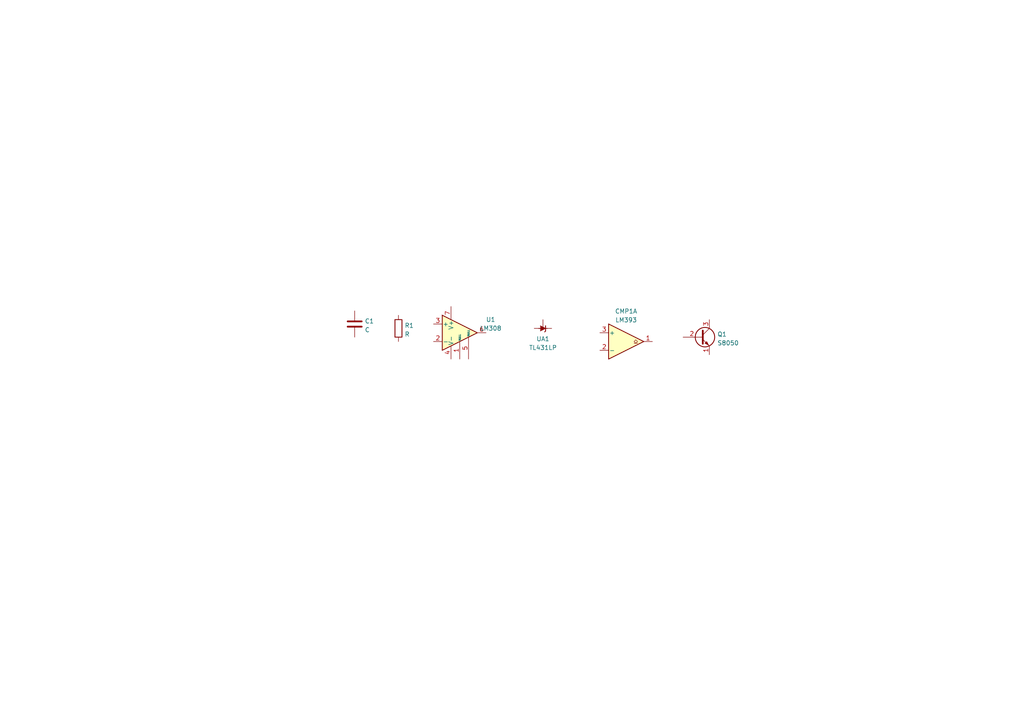
<source format=kicad_sch>
(kicad_sch (version 20211123) (generator eeschema)
  (paper "A4")
  (lib_symbols
    (symbol "Amplifier_Operational:LM741" (pin_names (offset 0.127))
      (property "Reference" "U" (at 0 6.35 0))
      (property "Value" "LM741" (at 0 3.81 0))
      (symbol "LM741_0_1"
        (polyline (pts (xy -5.08 5.08) (xy 5.08 0) (xy -5.08 -5.08) (xy -5.08 5.08)) (stroke (width 0.254)) (fill (type background)))
      )
      (symbol "LM741_1_1"
        (pin input line (at 0 -7.62 90) (length 5.08) (name "NULL") (number "1"))
        (pin input line (at -7.62 -2.54 0) (length 2.54) (name "-") (number "2"))
        (pin input line (at -7.62 2.54 0) (length 2.54) (name "+") (number "3"))
        (pin power_in line (at -2.54 -7.62 90) (length 3.81) (name "V-") (number "4"))
        (pin input line (at 2.54 -7.62 90) (length 6.35) (name "NULL") (number "5"))
        (pin output line (at 7.62 0 180) (length 2.54) (name "~") (number "6"))
        (pin power_in line (at -2.54 7.62 270) (length 3.81) (name "V+") (number "7"))
        (pin no_connect line (at 0 2.54 270) (length 2.54) hide (name "NC") (number "8"))
      )
    )
    (symbol "Comparator:LM393" (pin_names (offset 0.127))
      (property "Reference" "U" (at 3.81 3.81 0))
      (property "Value" "LM393" (at 6.35 -3.81 0))
      (symbol "LM393_1_1"
        (polyline (pts (xy -5.08 5.08) (xy 5.08 0) (xy -5.08 -5.08) (xy -5.08 5.08)) (stroke (width 0.254)) (fill (type background)))
        (polyline (pts (xy 3.302 -0.508) (xy 2.794 -0.508) (xy 3.302 0) (xy 2.794 0.508) (xy 2.286 0) (xy 2.794 -0.508) (xy 2.286 -0.508)) (stroke (width 0.127)))
        (pin open_collector line (at 7.62 0 180) (length 2.54) (name "~") (number "1"))
        (pin input line (at -7.62 -2.54 0) (length 2.54) (name "-") (number "2"))
        (pin input line (at -7.62 2.54 0) (length 2.54) (name "+") (number "3"))
      )
      (symbol "LM393_2_1"
        (polyline (pts (xy -5.08 5.08) (xy 5.08 0) (xy -5.08 -5.08) (xy -5.08 5.08)) (stroke (width 0.254)) (fill (type background)))
        (polyline (pts (xy 3.302 -0.508) (xy 2.794 -0.508) (xy 3.302 0) (xy 2.794 0.508) (xy 2.286 0) (xy 2.794 -0.508) (xy 2.286 -0.508)) (stroke (width 0.127)))
        (pin input line (at -7.62 2.54 0) (length 2.54) (name "+") (number "5"))
        (pin input line (at -7.62 -2.54 0) (length 2.54) (name "_") (number "6"))
        (pin open_collector line (at 7.62 0 180) (length 2.54) (name "~") (number "7"))
      )
      (symbol "LM393_3_1"
        (pin power_in line (at -2.54 -7.62 90) (length 3.81) (name "V-") (number "4"))
        (pin power_in line (at -2.54 7.62 270) (length 3.81) (name "V+") (number "8"))
      )
    )
    (symbol "Device:C" (pin_numbers hide) (pin_names (offset 0.254))
      (property "Reference" "C" (at 0.635 2.54 0))
      (property "Value" "C" (at 0.635 -2.54 0))
      (symbol "C_0_1"
        (polyline (pts (xy -2.032 -0.762) (xy 2.032 -0.762)) (stroke (width 0.508)))
        (polyline (pts (xy -2.032 0.762) (xy 2.032 0.762)) (stroke (width 0.508)))
      )
      (symbol "C_1_1"
        (pin passive line (at 0 3.81 270) (length 2.794) (name "~") (number "1"))
        (pin passive line (at 0 -3.81 90) (length 2.794) (name "~") (number "2"))
      )
    )
    (symbol "Device:R" (pin_numbers hide) (pin_names (offset 0))
      (property "Reference" "R" (at 2.032 0 90))
      (property "Value" "R" (at 0 0 90))
      (symbol "R_0_1"
        (rectangle (start -1.016 -2.54) (end 1.016 2.54) (stroke (width 0.254)))
      )
      (symbol "R_1_1"
        (pin passive line (at 0 3.81 270) (length 1.27) (name "~") (number "1"))
        (pin passive line (at 0 -3.81 90) (length 1.27) (name "~") (number "2"))
      )
    )
    (symbol "Reference_Voltage:TL431LP" (pin_numbers hide) (pin_names hide)
      (property "Reference" "U" (at -2.54 2.54 0))
      (property "Value" "TL431LP" (at 0 -2.54 0))
      (symbol "TL431LP_0_1"
        (polyline (pts (xy -1.27 0) (xy 0 0) (xy 1.27 0)))
        (polyline (pts (xy -0.762 0.762) (xy 0.762 0) (xy -0.762 -0.762)) (fill (type outline)))
        (polyline (pts (xy 0.508 -1.016) (xy 0.762 -0.762) (xy 0.762 0.762) (xy 0.762 0.762)) (stroke (width 0.254)))
      )
      (symbol "TL431LP_1_1"
        (pin passive line (at 0 2.54 270) (length 2.54) (name "REF") (number "1"))
        (pin passive line (at -2.54 0 0) (length 2.54) (name "A") (number "2"))
        (pin passive line (at 2.54 0 180) (length 2.54) (name "K") (number "3"))
      )
    )
    (symbol "Transistor_BJT:S8050" (pin_names (offset 0) hide)
      (property "Reference" "Q" (at 5.08 1.905 0))
      (property "Value" "S8050" (at 5.08 0 0))
      (symbol "S8050_0_1"
        (polyline (pts (xy 0 0) (xy 0.635 0)))
        (polyline (pts (xy 0.635 0.635) (xy 2.54 2.54)))
        (polyline (pts (xy 0.635 -0.635) (xy 2.54 -2.54) (xy 2.54 -2.54)))
        (polyline (pts (xy 0.635 1.905) (xy 0.635 -1.905) (xy 0.635 -1.905)) (stroke (width 0.508)))
        (polyline (pts (xy 1.27 -1.778) (xy 1.778 -1.27) (xy 2.286 -2.286) (xy 1.27 -1.778) (xy 1.27 -1.778)) (fill (type outline)))
        (circle (center 1.27 0) (radius 2.8194) (stroke (width 0.254)))
      )
      (symbol "S8050_1_1"
        (pin passive line (at 2.54 -5.08 90) (length 2.54) (name "E") (number "1"))
        (pin input line (at -5.08 0 0) (length 5.08) (name "B") (number "2"))
        (pin passive line (at 2.54 5.08 270) (length 2.54) (name "C") (number "3"))
      )
    )
  )
  (symbol (lib_id "Comparator:LM393") (at 181.61 99.06 0) (unit 1)
    (property "Reference" "CMP1" (at 181.61 90.2802 0))
    (property "Value" "LM393" (at 181.61 92.8171 0))
    (property "Footprint" "Package_DIP:DIP-8_W7.62mm" (effects hide))
    (property "Datasheet" "http://www.ti.com/lit/ds/symlink/lm393.pdf" (effects hide))
  )
  (symbol (lib_id "Reference_Voltage:TL431LP") (at 157.48 95.25 0) (unit 1)
    (property "Reference" "UA1" (at 157.48 98.2964 0))
    (property "Value" "TL431LP" (at 157.48 100.8333 0))
    (property "Footprint" "Package_TO_SOT_THT:TO-92_Inline" (effects hide))
    (property "Datasheet" "http://www.ti.com/lit/ds/symlink/tl431.pdf" (effects hide))
  )
  (symbol (lib_id "Transistor_BJT:S8050") (at 203.2 97.79 0) (unit 1)
    (property "Reference" "Q1" (at 208.0514 96.9553 0) (effects (justify left)))
    (property "Value" "S8050" (at 208.0514 99.4922 0) (effects (justify left)))
    (property "Footprint" "Package_TO_SOT_THT:TO-92_Inline" (effects hide))
    (property "Datasheet" "http://www.unisonic.com.tw/datasheet/S8050.pdf" (effects hide))
  )
  (symbol (lib_id "Device:R") (at 115.57 95.25 0) (unit 1)
    (property "Reference" "R1" (at 117.348 94.4153 0) (effects (justify left)))
    (property "Value" "R" (at 117.348 96.9522 0) (effects (justify left)))
    (property "Footprint" "Resistor_THT:R_Axial_DIN0207_L6.3mm_D2.5mm_P7.62mm_Horizontal" (effects hide))
  )
  (symbol (lib_id "Amplifier_Operational:LM741") (at 133.35 96.52 0) (unit 1)
    (property "Reference" "U1" (at 142.3254 92.6933 0))
    (property "Value" "LM308" (at 142.3254 95.2302 0))
    (property "Footprint" "Package_DIP:DIP-8_W7.62mm" (effects hide))
    (property "Datasheet" "http://www.ti.com/lit/ds/symlink/lm741.pdf" (effects hide))
  )
  (symbol (lib_id "Device:C") (at 102.87 93.98 0) (unit 1)
    (property "Reference" "C1" (at 105.791 93.1453 0) (effects (justify left)))
    (property "Value" "C" (at 105.791 95.6822 0) (effects (justify left)))
    (property "Footprint" "Capacitor_THT:C_Disc_D5.0mm_W2.5mm_P2.50mm" (effects hide))
  )
)
</source>
